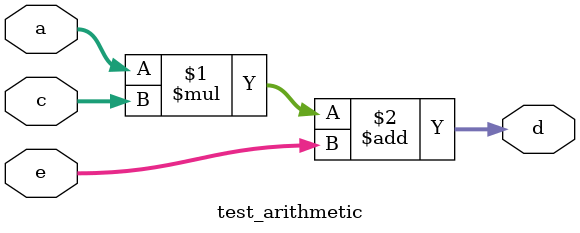
<source format=v>
`timescale 1ns / 1ps


module test_arithmetic(
    input signed [7:0]a,
    input signed [7:0]c,
    input signed [7:0]e,
    output signed [15:0]d
    );
    
    assign d = (a * c) + e;
    
    
endmodule

</source>
